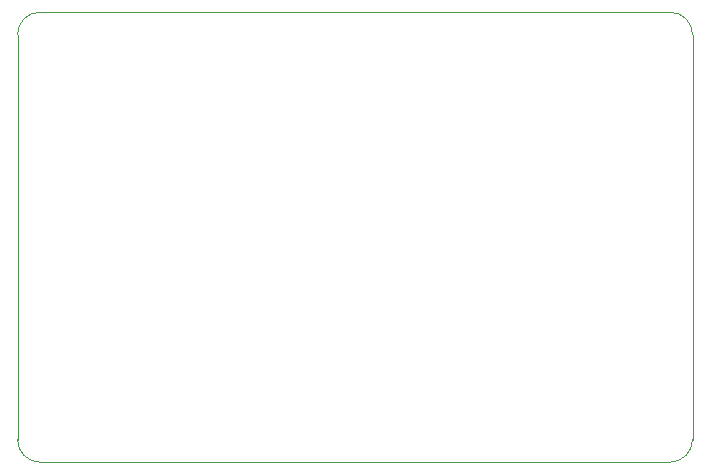
<source format=gbr>
G04 (created by PCBNEW (2013-may-18)-stable) date Wed 29 Apr 2015 08:57:56 PM CEST*
%MOIN*%
G04 Gerber Fmt 3.4, Leading zero omitted, Abs format*
%FSLAX34Y34*%
G01*
G70*
G90*
G04 APERTURE LIST*
%ADD10C,0.00590551*%
%ADD11C,0.00393701*%
G04 APERTURE END LIST*
G54D10*
G54D11*
X45250Y-29500D02*
G75*
G03X46000Y-28750I0J750D01*
G74*
G01*
X46000Y-15250D02*
X46000Y-28750D01*
X24250Y-14500D02*
X45250Y-14500D01*
X45250Y-29500D02*
X24250Y-29500D01*
X46000Y-15250D02*
G75*
G03X45250Y-14500I-750J0D01*
G74*
G01*
X23500Y-15250D02*
X23500Y-28750D01*
X23500Y-28750D02*
G75*
G03X24250Y-29500I750J0D01*
G74*
G01*
X24250Y-14500D02*
G75*
G03X23500Y-15250I0J-750D01*
G74*
G01*
M02*

</source>
